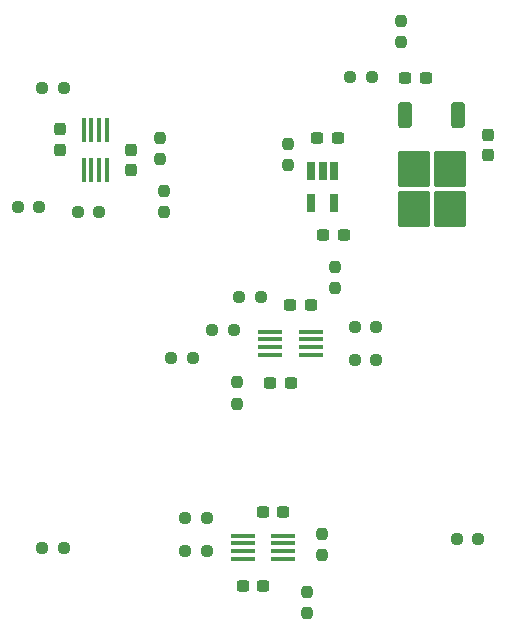
<source format=gbr>
%TF.GenerationSoftware,KiCad,Pcbnew,7.0.2-0*%
%TF.CreationDate,2025-01-08T13:43:56-05:00*%
%TF.ProjectId,plaqchek_potentiostat,706c6171-6368-4656-9b5f-706f74656e74,rev?*%
%TF.SameCoordinates,Original*%
%TF.FileFunction,Paste,Top*%
%TF.FilePolarity,Positive*%
%FSLAX46Y46*%
G04 Gerber Fmt 4.6, Leading zero omitted, Abs format (unit mm)*
G04 Created by KiCad (PCBNEW 7.0.2-0) date 2025-01-08 13:43:56*
%MOMM*%
%LPD*%
G01*
G04 APERTURE LIST*
G04 Aperture macros list*
%AMRoundRect*
0 Rectangle with rounded corners*
0 $1 Rounding radius*
0 $2 $3 $4 $5 $6 $7 $8 $9 X,Y pos of 4 corners*
0 Add a 4 corners polygon primitive as box body*
4,1,4,$2,$3,$4,$5,$6,$7,$8,$9,$2,$3,0*
0 Add four circle primitives for the rounded corners*
1,1,$1+$1,$2,$3*
1,1,$1+$1,$4,$5*
1,1,$1+$1,$6,$7*
1,1,$1+$1,$8,$9*
0 Add four rect primitives between the rounded corners*
20,1,$1+$1,$2,$3,$4,$5,0*
20,1,$1+$1,$4,$5,$6,$7,0*
20,1,$1+$1,$6,$7,$8,$9,0*
20,1,$1+$1,$8,$9,$2,$3,0*%
G04 Aperture macros list end*
%ADD10RoundRect,0.250000X-0.350000X0.850000X-0.350000X-0.850000X0.350000X-0.850000X0.350000X0.850000X0*%
%ADD11RoundRect,0.250000X-1.125000X1.275000X-1.125000X-1.275000X1.125000X-1.275000X1.125000X1.275000X0*%
%ADD12RoundRect,0.237500X0.237500X-0.250000X0.237500X0.250000X-0.237500X0.250000X-0.237500X-0.250000X0*%
%ADD13RoundRect,0.237500X-0.237500X0.300000X-0.237500X-0.300000X0.237500X-0.300000X0.237500X0.300000X0*%
%ADD14RoundRect,0.237500X0.300000X0.237500X-0.300000X0.237500X-0.300000X-0.237500X0.300000X-0.237500X0*%
%ADD15RoundRect,0.237500X-0.250000X-0.237500X0.250000X-0.237500X0.250000X0.237500X-0.250000X0.237500X0*%
%ADD16RoundRect,0.237500X-0.300000X-0.237500X0.300000X-0.237500X0.300000X0.237500X-0.300000X0.237500X0*%
%ADD17RoundRect,0.237500X-0.237500X0.250000X-0.237500X-0.250000X0.237500X-0.250000X0.237500X0.250000X0*%
%ADD18RoundRect,0.237500X0.237500X-0.300000X0.237500X0.300000X-0.237500X0.300000X-0.237500X-0.300000X0*%
%ADD19RoundRect,0.237500X0.250000X0.237500X-0.250000X0.237500X-0.250000X-0.237500X0.250000X-0.237500X0*%
%ADD20R,2.000000X0.400000*%
%ADD21R,0.650000X1.560000*%
%ADD22R,0.400000X2.000000*%
G04 APERTURE END LIST*
D10*
%TO.C,U6*%
X184255000Y-99025000D03*
D11*
X183500000Y-103650000D03*
X180450000Y-103650000D03*
X183500000Y-107000000D03*
X180450000Y-107000000D03*
D10*
X179695000Y-99025000D03*
%TD*%
D12*
%TO.C,R15*%
X173830000Y-113742500D03*
X173830000Y-111917500D03*
%TD*%
%TO.C,R17*%
X169800000Y-103312500D03*
X169800000Y-101487500D03*
%TD*%
D13*
%TO.C,C2*%
X156500000Y-102025000D03*
X156500000Y-103750000D03*
%TD*%
D14*
%TO.C,C8*%
X167710000Y-138897500D03*
X165985000Y-138897500D03*
%TD*%
D15*
%TO.C,R19*%
X149000000Y-135750000D03*
X150825000Y-135750000D03*
%TD*%
D12*
%TO.C,R8*%
X165500000Y-123495000D03*
X165500000Y-121670000D03*
%TD*%
D15*
%TO.C,R7*%
X159925000Y-119670000D03*
X161750000Y-119670000D03*
%TD*%
D14*
%TO.C,C9*%
X174025000Y-100987500D03*
X172300000Y-100987500D03*
%TD*%
D15*
%TO.C,R12*%
X165675000Y-114500000D03*
X167500000Y-114500000D03*
%TD*%
D16*
%TO.C,C5*%
X170025000Y-115170000D03*
X171750000Y-115170000D03*
%TD*%
D17*
%TO.C,R11*%
X172710000Y-134497500D03*
X172710000Y-136322500D03*
%TD*%
D15*
%TO.C,R4*%
X161135000Y-133147500D03*
X162960000Y-133147500D03*
%TD*%
D17*
%TO.C,R9*%
X171460000Y-139410000D03*
X171460000Y-141235000D03*
%TD*%
D15*
%TO.C,R1*%
X161112477Y-135976329D03*
X162937477Y-135976329D03*
%TD*%
D18*
%TO.C,C3*%
X150500000Y-102000000D03*
X150500000Y-100275000D03*
%TD*%
D15*
%TO.C,R6*%
X149000000Y-96750000D03*
X150825000Y-96750000D03*
%TD*%
D17*
%TO.C,R2*%
X179412500Y-91087500D03*
X179412500Y-92912500D03*
%TD*%
D19*
%TO.C,R20*%
X177312500Y-117000000D03*
X175487500Y-117000000D03*
%TD*%
D14*
%TO.C,C6*%
X170054999Y-121724153D03*
X168329999Y-121724153D03*
%TD*%
D19*
%TO.C,R21*%
X177312500Y-119800000D03*
X175487500Y-119800000D03*
%TD*%
D12*
%TO.C,R13*%
X159000000Y-102825000D03*
X159000000Y-101000000D03*
%TD*%
D14*
%TO.C,C10*%
X174525000Y-109237500D03*
X172800000Y-109237500D03*
%TD*%
D20*
%TO.C,U3*%
X168330000Y-117420000D03*
X168330000Y-118060000D03*
X168330000Y-118720000D03*
X168330000Y-119360000D03*
X171750000Y-119360000D03*
X171750000Y-118720000D03*
X171750000Y-118060000D03*
X171750000Y-117420000D03*
%TD*%
D21*
%TO.C,U5*%
X173700000Y-103787500D03*
X172750000Y-103787500D03*
X171800000Y-103787500D03*
X171800000Y-106487500D03*
X173700000Y-106487500D03*
%TD*%
D16*
%TO.C,C7*%
X167713296Y-132664470D03*
X169438296Y-132664470D03*
%TD*%
D13*
%TO.C,C11*%
X186725000Y-100750000D03*
X186725000Y-102475000D03*
%TD*%
D12*
%TO.C,R3*%
X159300000Y-107300000D03*
X159300000Y-105475000D03*
%TD*%
D14*
%TO.C,C12*%
X181475404Y-95968390D03*
X179750404Y-95968390D03*
%TD*%
D19*
%TO.C,R18*%
X185912500Y-135000000D03*
X184087500Y-135000000D03*
%TD*%
D20*
%TO.C,U4*%
X166000000Y-134677500D03*
X166000000Y-135317500D03*
X166000000Y-135977500D03*
X166000000Y-136617500D03*
X169420000Y-136617500D03*
X169420000Y-135977500D03*
X169420000Y-135317500D03*
X169420000Y-134677500D03*
%TD*%
D22*
%TO.C,U1*%
X154470000Y-100290000D03*
X153830000Y-100290000D03*
X153170000Y-100290000D03*
X152530000Y-100290000D03*
X152530000Y-103710000D03*
X153170000Y-103710000D03*
X153830000Y-103710000D03*
X154470000Y-103710000D03*
%TD*%
D15*
%TO.C,R14*%
X152012500Y-107275000D03*
X153837500Y-107275000D03*
%TD*%
%TO.C,R10*%
X163425000Y-117250000D03*
X165250000Y-117250000D03*
%TD*%
%TO.C,R16*%
X175087500Y-95800000D03*
X176912500Y-95800000D03*
%TD*%
%TO.C,R5*%
X146942455Y-106839642D03*
X148767455Y-106839642D03*
%TD*%
M02*

</source>
